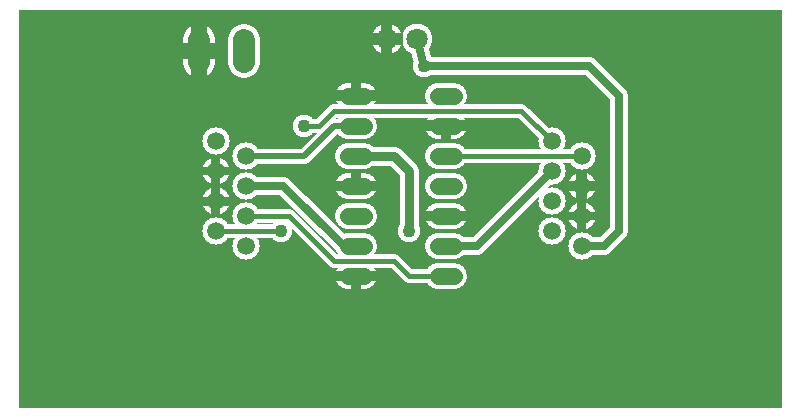
<source format=gbr>
%FSLAX34Y34*%
%MOMM*%
%LNCOPPER_BOTTOM*%
G71*
G01*
%ADD10C,2.200*%
%ADD11C,2.320*%
%ADD12C,2.300*%
%ADD13C,1.600*%
%ADD14C,1.900*%
%ADD15C,1.200*%
%ADD16C,1.500*%
%ADD17C,1.300*%
%ADD18C,2.680*%
%ADD19C,2.600*%
%ADD20C,0.910*%
%ADD21C,0.793*%
%ADD22C,0.807*%
%ADD23C,0.882*%
%ADD24C,0.770*%
%ADD25C,0.730*%
%ADD26C,0.861*%
%ADD27C,0.709*%
%ADD28C,1.360*%
%ADD29C,1.002*%
%ADD30C,1.400*%
%ADD31C,1.520*%
%ADD32C,1.500*%
%ADD33C,0.800*%
%ADD34C,1.100*%
%ADD35C,0.400*%
%ADD36C,0.700*%
%ADD37C,0.500*%
%ADD38C,1.880*%
%ADD39C,1.800*%
%LPD*%
G36*
X0Y1000000D02*
X646000Y1000000D01*
X646000Y663000D01*
X0Y663000D01*
X0Y1000000D01*
G37*
%LPC*%
G54D10*
X292325Y927345D02*
X278325Y927345D01*
G54D10*
X292325Y901945D02*
X278325Y901945D01*
G54D10*
X292325Y876545D02*
X278325Y876545D01*
G54D10*
X292325Y851145D02*
X278325Y851145D01*
G54D10*
X292325Y825745D02*
X278325Y825745D01*
G54D10*
X292325Y800345D02*
X278325Y800345D01*
G54D10*
X292325Y774945D02*
X278325Y774945D01*
G54D10*
X368525Y774945D02*
X354525Y774945D01*
G54D10*
X368525Y800345D02*
X354525Y800345D01*
G54D10*
X368525Y825745D02*
X354525Y825745D01*
G54D10*
X368525Y851145D02*
X354525Y851145D01*
G54D10*
X368525Y876545D02*
X354525Y876545D01*
G54D10*
X368525Y901945D02*
X354525Y901945D01*
G54D10*
X368525Y927345D02*
X354525Y927345D01*
X191720Y800150D02*
G54D11*
D03*
X166320Y812850D02*
G54D11*
D03*
X191720Y825550D02*
G54D11*
D03*
X166320Y838250D02*
G54D11*
D03*
X191720Y850950D02*
G54D11*
D03*
X166320Y863650D02*
G54D12*
D03*
X191720Y876350D02*
G54D11*
D03*
X166320Y889050D02*
G54D11*
D03*
X476200Y876250D02*
G54D11*
D03*
X450800Y863550D02*
G54D11*
D03*
X476200Y850850D02*
G54D11*
D03*
X450800Y838150D02*
G54D11*
D03*
X476200Y825450D02*
G54D11*
D03*
X450800Y812750D02*
G54D11*
D03*
X476200Y800050D02*
G54D11*
D03*
G54D13*
X285325Y876545D02*
X317255Y876545D01*
X330200Y863600D01*
X330200Y812800D01*
X330200Y812800D02*
G54D14*
D03*
X241300Y901700D02*
G54D14*
D03*
G54D15*
X241300Y901700D02*
X254000Y901700D01*
X266700Y914400D01*
X425350Y914400D01*
X450800Y888950D01*
G54D15*
X361525Y876545D02*
X475906Y876545D01*
X476200Y876250D01*
G54D16*
X361525Y800345D02*
X387595Y800345D01*
X450800Y863550D01*
G54D17*
X191720Y876350D02*
X241250Y876350D01*
X241300Y876300D01*
X266700Y901700D01*
X285081Y901700D01*
X285325Y901945D01*
G54D16*
X191720Y850950D02*
X223715Y850950D01*
X274327Y800955D01*
X285325Y800345D01*
G54D15*
X361525Y774945D02*
X330445Y774945D01*
X330200Y774700D01*
X317500Y787400D01*
X266700Y787400D01*
X228600Y825500D01*
X191770Y825500D01*
X191720Y825550D01*
G54D15*
X166320Y812850D02*
X221420Y812850D01*
X221910Y812360D01*
X221420Y812850D02*
G54D14*
D03*
G54D16*
X476200Y800050D02*
X495250Y800050D01*
X508000Y812800D01*
X508000Y927100D01*
X482600Y952500D01*
X342900Y952500D01*
X336550Y975360D01*
G54D18*
X152400Y974600D02*
X152400Y955800D01*
G54D18*
X190500Y974600D02*
X190500Y955800D01*
X450800Y888950D02*
G54D11*
D03*
X311150Y975360D02*
G54D19*
D03*
X336550Y975360D02*
G54D19*
D03*
X342900Y952500D02*
G54D14*
D03*
%LPD*%
G54D20*
G36*
X285325Y931895D02*
X303825Y931895D01*
X303825Y922795D01*
X285325Y922795D01*
X285325Y931895D01*
G37*
G36*
X285325Y922795D02*
X266825Y922795D01*
X266825Y931895D01*
X285325Y931895D01*
X285325Y922795D01*
G37*
G36*
X280775Y927345D02*
X280775Y938845D01*
X289875Y938845D01*
X289875Y927345D01*
X280775Y927345D01*
G37*
G54D21*
G36*
X285325Y855112D02*
X303825Y855112D01*
X303825Y847178D01*
X285325Y847178D01*
X285325Y855112D01*
G37*
G36*
X285325Y847178D02*
X266825Y847178D01*
X266825Y855112D01*
X285325Y855112D01*
X285325Y847178D01*
G37*
G36*
X281358Y851145D02*
X281358Y862645D01*
X289292Y862645D01*
X289292Y851145D01*
X281358Y851145D01*
G37*
G54D22*
G36*
X285325Y778982D02*
X303825Y778982D01*
X303825Y770908D01*
X285325Y770908D01*
X285325Y778982D01*
G37*
G36*
X289362Y774945D02*
X289362Y763445D01*
X281288Y763445D01*
X281288Y774945D01*
X289362Y774945D01*
G37*
G36*
X285325Y770908D02*
X266825Y770908D01*
X266825Y778982D01*
X285325Y778982D01*
X285325Y770908D01*
G37*
G54D23*
G36*
X361525Y830155D02*
X380025Y830155D01*
X380025Y821335D01*
X361525Y821335D01*
X361525Y830155D01*
G37*
G36*
X361525Y821335D02*
X343025Y821335D01*
X343025Y830155D01*
X361525Y830155D01*
X361525Y821335D01*
G37*
G54D20*
G36*
X361525Y906495D02*
X380025Y906495D01*
X380025Y897395D01*
X361525Y897395D01*
X361525Y906495D01*
G37*
G36*
X366075Y901945D02*
X366075Y890445D01*
X356975Y890445D01*
X356975Y901945D01*
X366075Y901945D01*
G37*
G36*
X361525Y897395D02*
X343025Y897395D01*
X343025Y906495D01*
X361525Y906495D01*
X361525Y897395D01*
G37*
G54D24*
G36*
X166320Y834399D02*
X154220Y834399D01*
X154220Y842101D01*
X166320Y842101D01*
X166320Y834399D01*
G37*
G36*
X162469Y838250D02*
X162469Y850350D01*
X170171Y850350D01*
X170171Y838250D01*
X162469Y838250D01*
G37*
G36*
X166320Y842101D02*
X178420Y842101D01*
X178420Y834399D01*
X166320Y834399D01*
X166320Y842101D01*
G37*
G36*
X170171Y838250D02*
X170171Y826150D01*
X162469Y826150D01*
X162469Y838250D01*
X170171Y838250D01*
G37*
G54D25*
G36*
X166320Y860000D02*
X154320Y860000D01*
X154320Y867300D01*
X166320Y867300D01*
X166320Y860000D01*
G37*
G36*
X162670Y863650D02*
X162670Y875650D01*
X169970Y875650D01*
X169970Y863650D01*
X162670Y863650D01*
G37*
G36*
X166320Y867300D02*
X178320Y867300D01*
X178320Y860000D01*
X166320Y860000D01*
X166320Y867300D01*
G37*
G36*
X169970Y863650D02*
X169970Y851650D01*
X162670Y851650D01*
X162670Y863650D01*
X169970Y863650D01*
G37*
G54D26*
G36*
X476200Y855157D02*
X488300Y855157D01*
X488300Y846543D01*
X476200Y846543D01*
X476200Y855157D01*
G37*
G36*
X480507Y850850D02*
X480507Y838750D01*
X471893Y838750D01*
X471893Y850850D01*
X480507Y850850D01*
G37*
G36*
X476200Y846543D02*
X464100Y846543D01*
X464100Y855157D01*
X476200Y855157D01*
X476200Y846543D01*
G37*
G36*
X471893Y850850D02*
X471893Y862950D01*
X480507Y862950D01*
X480507Y850850D01*
X471893Y850850D01*
G37*
G54D27*
G36*
X476200Y828997D02*
X488300Y828997D01*
X488300Y821903D01*
X476200Y821903D01*
X476200Y828997D01*
G37*
G36*
X479747Y825450D02*
X479747Y813350D01*
X472653Y813350D01*
X472653Y825450D01*
X479747Y825450D01*
G37*
G36*
X476200Y821903D02*
X464100Y821903D01*
X464100Y828997D01*
X476200Y828997D01*
X476200Y821903D01*
G37*
G36*
X472653Y825450D02*
X472653Y837550D01*
X479747Y837550D01*
X479747Y825450D01*
X472653Y825450D01*
G37*
G54D28*
G36*
X145601Y965200D02*
X145601Y988500D01*
X159199Y988500D01*
X159199Y965200D01*
X145601Y965200D01*
G37*
G36*
X152400Y971999D02*
X166300Y971999D01*
X166300Y958401D01*
X152400Y958401D01*
X152400Y971999D01*
G37*
G36*
X159199Y965200D02*
X159199Y941900D01*
X145601Y941900D01*
X145601Y965200D01*
X159199Y965200D01*
G37*
G36*
X152400Y958401D02*
X138500Y958401D01*
X138500Y971999D01*
X152400Y971999D01*
X152400Y958401D01*
G37*
G54D29*
G36*
X306140Y975360D02*
X306140Y988860D01*
X316160Y988860D01*
X316160Y975360D01*
X306140Y975360D01*
G37*
G36*
X311150Y980370D02*
X324650Y980370D01*
X324650Y970350D01*
X311150Y970350D01*
X311150Y980370D01*
G37*
G36*
X316160Y975360D02*
X316160Y961860D01*
X306140Y961860D01*
X306140Y975360D01*
X316160Y975360D01*
G37*
G36*
X311150Y970350D02*
X297650Y970350D01*
X297650Y980370D01*
X311150Y980370D01*
X311150Y970350D01*
G37*
G54D30*
X292325Y927345D02*
X278325Y927345D01*
G54D30*
X292325Y901945D02*
X278325Y901945D01*
G54D30*
X292325Y876545D02*
X278325Y876545D01*
G54D30*
X292325Y851145D02*
X278325Y851145D01*
G54D30*
X292325Y825745D02*
X278325Y825745D01*
G54D30*
X292325Y800345D02*
X278325Y800345D01*
G54D30*
X292325Y774945D02*
X278325Y774945D01*
G54D30*
X368525Y774945D02*
X354525Y774945D01*
G54D30*
X368525Y800345D02*
X354525Y800345D01*
G54D30*
X368525Y825745D02*
X354525Y825745D01*
G54D30*
X368525Y851145D02*
X354525Y851145D01*
G54D30*
X368525Y876545D02*
X354525Y876545D01*
G54D30*
X368525Y901945D02*
X354525Y901945D01*
G54D30*
X368525Y927345D02*
X354525Y927345D01*
X191720Y800150D02*
G54D31*
D03*
X166320Y812850D02*
G54D31*
D03*
X191720Y825550D02*
G54D31*
D03*
X166320Y838250D02*
G54D31*
D03*
X191720Y850950D02*
G54D31*
D03*
X166320Y863650D02*
G54D32*
D03*
X191720Y876350D02*
G54D31*
D03*
X166320Y889050D02*
G54D31*
D03*
X476200Y876250D02*
G54D31*
D03*
X450800Y863550D02*
G54D31*
D03*
X476200Y850850D02*
G54D31*
D03*
X450800Y838150D02*
G54D31*
D03*
X476200Y825450D02*
G54D31*
D03*
X450800Y812750D02*
G54D31*
D03*
X476200Y800050D02*
G54D31*
D03*
G54D33*
X285325Y876545D02*
X317255Y876545D01*
X330200Y863600D01*
X330200Y812800D01*
X330200Y812800D02*
G54D34*
D03*
X241300Y901700D02*
G54D34*
D03*
G54D35*
X241300Y901700D02*
X254000Y901700D01*
X266700Y914400D01*
X425350Y914400D01*
X450800Y888950D01*
G54D35*
X361525Y876545D02*
X475906Y876545D01*
X476200Y876250D01*
G54D36*
X361525Y800345D02*
X387595Y800345D01*
X450800Y863550D01*
G54D37*
X191720Y876350D02*
X241250Y876350D01*
X241300Y876300D01*
X266700Y901700D01*
X285081Y901700D01*
X285325Y901945D01*
G54D36*
X191720Y850950D02*
X223715Y850950D01*
X274327Y800955D01*
X285325Y800345D01*
G54D35*
X361525Y774945D02*
X330445Y774945D01*
X330200Y774700D01*
X317500Y787400D01*
X266700Y787400D01*
X228600Y825500D01*
X191770Y825500D01*
X191720Y825550D01*
G54D35*
X166320Y812850D02*
X221420Y812850D01*
X221910Y812360D01*
X221420Y812850D02*
G54D34*
D03*
G54D36*
X476200Y800050D02*
X495250Y800050D01*
X508000Y812800D01*
X508000Y927100D01*
X482600Y952500D01*
X342900Y952500D01*
X336550Y975360D01*
G54D38*
X152400Y974600D02*
X152400Y955800D01*
G54D38*
X190500Y974600D02*
X190500Y955800D01*
X450800Y888950D02*
G54D31*
D03*
X311150Y975360D02*
G54D39*
D03*
X336550Y975360D02*
G54D39*
D03*
X342900Y952500D02*
G54D34*
D03*
M02*

</source>
